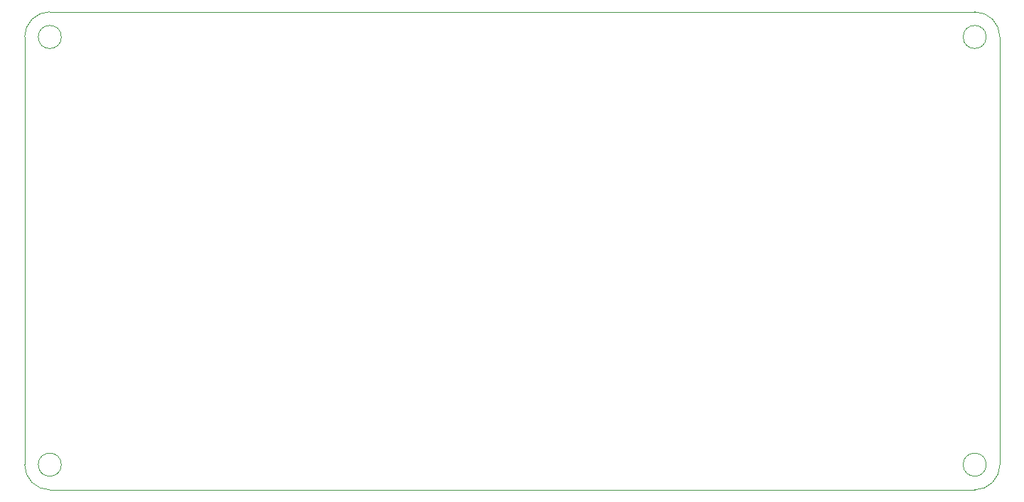
<source format=gm1>
%TF.GenerationSoftware,KiCad,Pcbnew,(5.1.9)-1*%
%TF.CreationDate,2022-01-23T20:12:45-08:00*%
%TF.ProjectId,MAIN_daq,4d41494e-5f64-4617-912e-6b696361645f,rev?*%
%TF.SameCoordinates,Original*%
%TF.FileFunction,Profile,NP*%
%FSLAX46Y46*%
G04 Gerber Fmt 4.6, Leading zero omitted, Abs format (unit mm)*
G04 Created by KiCad (PCBNEW (5.1.9)-1) date 2022-01-23 20:12:45*
%MOMM*%
%LPD*%
G01*
G04 APERTURE LIST*
%TA.AperFunction,Profile*%
%ADD10C,0.025400*%
%TD*%
%TA.AperFunction,Profile*%
%ADD11C,0.050000*%
%TD*%
G04 APERTURE END LIST*
D10*
X69400000Y-80000000D02*
G75*
G02*
X72400000Y-77000000I3000000J0D01*
G01*
D11*
X72400000Y-134000000D02*
G75*
G02*
X69400000Y-131000000I0J3000000D01*
G01*
D10*
X185600000Y-131000000D02*
G75*
G02*
X182600000Y-134000000I-3000000J0D01*
G01*
X182600000Y-77000000D02*
G75*
G02*
X185600000Y-80000000I0J-3000000D01*
G01*
X185600000Y-80000000D02*
X185600000Y-131000000D01*
X72400000Y-77000000D02*
X182600000Y-77000000D01*
X69400000Y-131000000D02*
X69400000Y-80000000D01*
X183975000Y-80000000D02*
G75*
G03*
X183975000Y-80000000I-1375000J0D01*
G01*
X183975000Y-131000000D02*
G75*
G03*
X183975000Y-131000000I-1375000J0D01*
G01*
X73775000Y-131000000D02*
G75*
G03*
X73775000Y-131000000I-1375000J0D01*
G01*
X73775000Y-80000000D02*
G75*
G03*
X73775000Y-80000000I-1375000J0D01*
G01*
X72400000Y-134000000D02*
X182600000Y-134000000D01*
M02*

</source>
